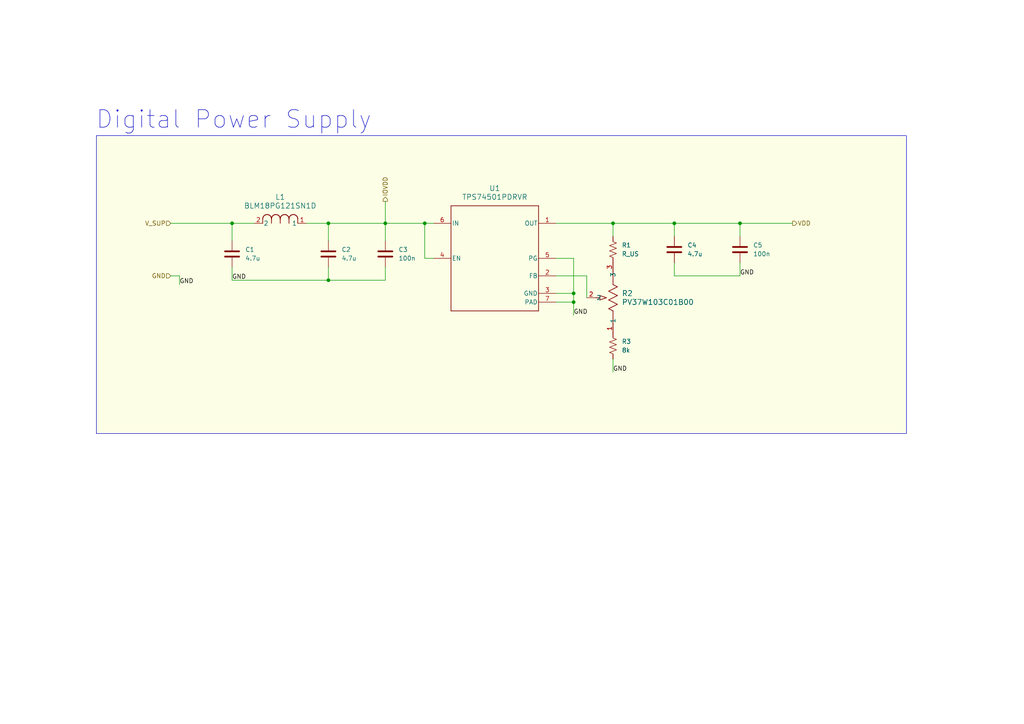
<source format=kicad_sch>
(kicad_sch (version 20231120) (generator "eeschema") (generator_version "8.0")
  (paper "A4")
  (lib_symbols
    (symbol "Device:C" (pin_numbers hide) (pin_names (offset 0.254))
      (property "Reference" "C" (at 0.635 2.54 0))
      (property "Value" "C" (at 0.635 -2.54 0))
      (symbol "C_0_1"
        (polyline (pts (xy -2.032 -0.762) (xy 2.032 -0.762)) (stroke (width 0.508)))
        (polyline (pts (xy -2.032 0.762) (xy 2.032 0.762)) (stroke (width 0.508)))
      )
      (symbol "C_1_1"
        (pin passive line (at 0 3.81 270) (length 2.794) (name "~") (number "1"))
        (pin passive line (at 0 -3.81 90) (length 2.794) (name "~") (number "2"))
      )
    )
    (symbol "Device:R_US" (pin_numbers hide) (pin_names (offset 0))
      (property "Reference" "R" (at 2.54 0 90))
      (property "Value" "R_US" (at -2.54 0 90))
      (symbol "R_US_0_1"
        (polyline (pts (xy 0 -2.286) (xy 0 -2.54)))
        (polyline (pts (xy 0 2.286) (xy 0 2.54)))
        (polyline (pts (xy 0 -0.762) (xy 1.016 -1.143) (xy 0 -1.524) (xy -1.016 -1.905) (xy 0 -2.286)))
        (polyline (pts (xy 0 0.762) (xy 1.016 0.381) (xy 0 0) (xy -1.016 -0.381) (xy 0 -0.762)))
        (polyline (pts (xy 0 2.286) (xy 1.016 1.905) (xy 0 1.524) (xy -1.016 1.143) (xy 0 0.762)))
      )
      (symbol "R_US_1_1"
        (pin passive line (at 0 3.81 270) (length 1.27) (name "~") (number "1"))
        (pin passive line (at 0 -3.81 90) (length 1.27) (name "~") (number "2"))
      )
    )
    (symbol "ferritebead:BLM18PG121SN1D" (pin_names (offset 0.254))
      (property "Reference" "L" (at 6.985 5.08 0))
      (property "Value" "BLM18PG121SN1D" (at 6.985 -2.54 0))
      (symbol "BLM18PG121SN1D_1_1"
        (polyline (pts (xy 2.54 0) (xy 2.54 1.27)) (stroke (width 0.2032)))
        (polyline (pts (xy 5.08 0) (xy 5.08 1.27)) (stroke (width 0.2032)))
        (polyline (pts (xy 7.62 0) (xy 7.62 1.27)) (stroke (width 0.2032)))
        (polyline (pts (xy 10.16 0) (xy 10.16 1.27)) (stroke (width 0.2032)))
        (polyline (pts (xy 12.7 0) (xy 12.7 1.27)) (stroke (width 0.2032)))
        (arc (start 5.08 1.27) (mid 3.81 2.5344) (end 2.54 1.27) (stroke (width 0.254)))
        (arc (start 7.62 1.27) (mid 6.35 2.5344) (end 5.08 1.27) (stroke (width 0.254)))
        (arc (start 10.16 1.27) (mid 8.89 2.5344) (end 7.62 1.27) (stroke (width 0.254)))
        (arc (start 12.7 1.27) (mid 11.43 2.5344) (end 10.16 1.27) (stroke (width 0.254)))
        (pin unspecified line (at 15.24 0 180) (length 2.54) (name "1") (number "1"))
        (pin unspecified line (at 0 0 0) (length 2.54) (name "2") (number "2"))
      )
      (symbol "BLM18PG121SN1D_1_2"
        (arc (start -1.27 5.08) (mid -2.5344 3.81) (end -1.27 2.54) (stroke (width 0.254)))
        (arc (start -1.27 7.62) (mid -2.5344 6.35) (end -1.27 5.08) (stroke (width 0.254)))
        (arc (start -1.27 10.16) (mid -2.5344 8.89) (end -1.27 7.62) (stroke (width 0.254)))
        (arc (start -1.27 12.7) (mid -2.5344 11.43) (end -1.27 10.16) (stroke (width 0.254)))
        (polyline (pts (xy 0 2.54) (xy -1.27 2.54)) (stroke (width 0.2032)))
        (polyline (pts (xy 0 5.08) (xy -1.27 5.08)) (stroke (width 0.2032)))
        (polyline (pts (xy 0 7.62) (xy -1.27 7.62)) (stroke (width 0.2032)))
        (polyline (pts (xy 0 10.16) (xy -1.27 10.16)) (stroke (width 0.2032)))
        (polyline (pts (xy 0 12.7) (xy -1.27 12.7)) (stroke (width 0.2032)))
        (pin unspecified line (at 0 15.24 270) (length 2.54) (name "1") (number "1"))
        (pin unspecified line (at 0 0 90) (length 2.54) (name "2") (number "2"))
      )
    )
    (symbol "pot10turn:PV37W103C01B00" (pin_names (offset 0.254))
      (property "Reference" "R" (at 10.795 -3.175 0))
      (property "Value" "PV37W103C01B00" (at 10.795 -6.35 0))
      (symbol "PV37W103C01B00_1_1"
        (polyline (pts (xy 2.54 0) (xy 6.35 0)) (stroke (width 0.2032)))
        (polyline (pts (xy 6.35 0) (xy 6.985 1.27)) (stroke (width 0.2032)))
        (polyline (pts (xy 6.985 1.27) (xy 8.255 -1.27)) (stroke (width 0.2032)))
        (polyline (pts (xy 8.255 -1.27) (xy 9.525 1.27)) (stroke (width 0.2032)))
        (polyline (pts (xy 9.525 1.27) (xy 10.795 -1.27)) (stroke (width 0.2032)))
        (polyline (pts (xy 9.525 3.81) (xy 10.16 1.905)) (stroke (width 0.2032)))
        (polyline (pts (xy 9.525 3.81) (xy 10.795 3.81)) (stroke (width 0.2032)))
        (polyline (pts (xy 10.16 3.81) (xy 10.16 5.08)) (stroke (width 0.2032)))
        (polyline (pts (xy 10.795 -1.27) (xy 12.065 1.27)) (stroke (width 0.2032)))
        (polyline (pts (xy 10.795 3.81) (xy 10.16 1.905)) (stroke (width 0.2032)))
        (polyline (pts (xy 12.065 1.27) (xy 13.335 -1.27)) (stroke (width 0.2032)))
        (polyline (pts (xy 13.335 -1.27) (xy 13.97 0)) (stroke (width 0.2032)))
        (polyline (pts (xy 13.97 0) (xy 17.78 0)) (stroke (width 0.2032)))
        (pin unspecified line (at 0 0 0) (length 2.54) (name "1") (number "1"))
        (pin unspecified line (at 10.16 7.62 270) (length 2.54) (name "2") (number "2"))
        (pin unspecified line (at 20.32 0 180) (length 2.54) (name "3") (number "3"))
      )
      (symbol "PV37W103C01B00_1_2"
        (polyline (pts (xy -3.81 -10.795) (xy -3.81 -9.525)) (stroke (width 0.2032)))
        (polyline (pts (xy -3.81 -10.795) (xy -1.905 -10.16)) (stroke (width 0.2032)))
        (polyline (pts (xy -3.81 -10.16) (xy -5.08 -10.16)) (stroke (width 0.2032)))
        (polyline (pts (xy -3.81 -9.525) (xy -1.905 -10.16)) (stroke (width 0.2032)))
        (polyline (pts (xy -1.27 -13.335) (xy 1.27 -12.065)) (stroke (width 0.2032)))
        (polyline (pts (xy -1.27 -10.795) (xy 1.27 -9.525)) (stroke (width 0.2032)))
        (polyline (pts (xy -1.27 -8.255) (xy 1.27 -6.985)) (stroke (width 0.2032)))
        (polyline (pts (xy 0 -17.78) (xy 0 -13.97)) (stroke (width 0.2032)))
        (polyline (pts (xy 0 -13.97) (xy -1.27 -13.335)) (stroke (width 0.2032)))
        (polyline (pts (xy 0 -6.35) (xy 0 -2.54)) (stroke (width 0.2032)))
        (polyline (pts (xy 1.27 -12.065) (xy -1.27 -10.795)) (stroke (width 0.2032)))
        (polyline (pts (xy 1.27 -9.525) (xy -1.27 -8.255)) (stroke (width 0.2032)))
        (polyline (pts (xy 1.27 -6.985) (xy 0 -6.35)) (stroke (width 0.2032)))
        (pin unspecified line (at 0 0 270) (length 2.54) (name "1") (number "1"))
        (pin unspecified line (at -7.62 -10.16 0) (length 2.54) (name "2") (number "2"))
        (pin unspecified line (at 0 -20.32 90) (length 2.54) (name "3") (number "3"))
      )
    )
    (symbol "tps745:TPS74501PDRVR" (pin_names (offset 0.254))
      (property "Reference" "U" (at 0 2.54 0))
      (property "Value" "TPS74501PDRVR" (at 0 0 0))
      (symbol "TPS74501PDRVR_0_1"
        (polyline (pts (xy -12.7 -15.24) (xy 12.7 -15.24)) (stroke (width 0.2032)))
        (polyline (pts (xy -12.7 15.24) (xy -12.7 -15.24)) (stroke (width 0.2032)))
        (polyline (pts (xy 12.7 -15.24) (xy 12.7 15.24)) (stroke (width 0.2032)))
        (polyline (pts (xy 12.7 15.24) (xy -12.7 15.24)) (stroke (width 0.2032)))
        (pin power_in line (at 17.78 10.16 180) (length 5.08) (name "OUT") (number "1"))
        (pin input line (at 17.78 -5.08 180) (length 5.08) (name "FB") (number "2"))
        (pin power_in line (at 17.78 -10.16 180) (length 5.08) (name "GND") (number "3"))
        (pin input line (at -17.78 0 0) (length 5.08) (name "EN") (number "4"))
        (pin open_collector line (at 17.78 0 180) (length 5.08) (name "PG") (number "5"))
        (pin power_in line (at -17.78 10.16 0) (length 5.08) (name "IN") (number "6"))
        (pin power_in line (at 17.78 -12.7 180) (length 5.08) (name "PAD") (number "7"))
      )
    )
  )
  (junction (at 214.63 64.77))
  (junction (at 195.58 64.77))
  (junction (at 166.37 87.63))
  (junction (at 95.25 64.77))
  (junction (at 111.76 64.77))
  (junction (at 123.19 64.77))
  (junction (at 166.37 85.09))
  (junction (at 95.25 81.28))
  (junction (at 177.8 64.77))
  (junction (at 67.31 64.77))
  (wire (pts (xy 161.29 74.93) (xy 166.37 74.93)))
  (wire (pts (xy 177.8 64.77) (xy 195.58 64.77)))
  (wire (pts (xy 195.58 64.77) (xy 195.58 68.58)))
  (wire (pts (xy 49.53 80.01) (xy 52.07 80.01)))
  (wire (pts (xy 161.29 64.77) (xy 177.8 64.77)))
  (wire (pts (xy 166.37 87.63) (xy 166.37 91.44)))
  (wire (pts (xy 195.58 64.77) (xy 214.63 64.77)))
  (wire (pts (xy 123.19 74.93) (xy 123.19 64.77)))
  (wire (pts (xy 161.29 87.63) (xy 166.37 87.63)))
  (wire (pts (xy 111.76 58.42) (xy 111.76 64.77)))
  (wire (pts (xy 111.76 64.77) (xy 123.19 64.77)))
  (wire (pts (xy 177.8 104.14) (xy 177.8 107.95)))
  (wire (pts (xy 214.63 76.2) (xy 214.63 80.01)))
  (wire (pts (xy 125.73 74.93) (xy 123.19 74.93)))
  (wire (pts (xy 166.37 85.09) (xy 161.29 85.09)))
  (wire (pts (xy 73.66 64.77) (xy 67.31 64.77)))
  (wire (pts (xy 49.53 64.77) (xy 67.31 64.77)))
  (wire (pts (xy 123.19 64.77) (xy 125.73 64.77)))
  (wire (pts (xy 214.63 64.77) (xy 214.63 68.58)))
  (wire (pts (xy 95.25 81.28) (xy 111.76 81.28)))
  (wire (pts (xy 170.18 86.36) (xy 170.18 80.01)))
  (wire (pts (xy 166.37 74.93) (xy 166.37 85.09)))
  (wire (pts (xy 52.07 80.01) (xy 52.07 82.55)))
  (wire (pts (xy 195.58 76.2) (xy 195.58 80.01)))
  (wire (pts (xy 67.31 64.77) (xy 67.31 69.85)))
  (wire (pts (xy 214.63 64.77) (xy 229.87 64.77)))
  (wire (pts (xy 111.76 77.47) (xy 111.76 81.28)))
  (wire (pts (xy 166.37 87.63) (xy 166.37 85.09)))
  (wire (pts (xy 67.31 81.28) (xy 95.25 81.28)))
  (wire (pts (xy 95.25 64.77) (xy 95.25 69.85)))
  (wire (pts (xy 67.31 77.47) (xy 67.31 81.28)))
  (wire (pts (xy 95.25 77.47) (xy 95.25 81.28)))
  (wire (pts (xy 170.18 80.01) (xy 161.29 80.01)))
  (wire (pts (xy 95.25 64.77) (xy 111.76 64.77)))
  (wire (pts (xy 195.58 80.01) (xy 214.63 80.01)))
  (wire (pts (xy 177.8 68.58) (xy 177.8 64.77)))
  (wire (pts (xy 111.76 69.85) (xy 111.76 64.77)))
  (wire (pts (xy 88.9 64.77) (xy 95.25 64.77)))
  (rectangle (start 27.94 39.37) (end 262.89 125.73) (fill (type color) (color 252 255 229 1)))
  (text "Digital Power Supply" (at 67.818 34.798 0) (effects (font (size 5.08 5.08))))
  (label "GND" (at 166.37 91.44 0))
  (label "GND" (at 67.31 81.28 0))
  (label "GND" (at 214.63 80.01 0))
  (label "GND" (at 177.8 107.95 0))
  (label "GND" (at 52.07 82.55 0))
  (hierarchical_label "IOVDD" (shape output) (at 111.76 58.42 90))
  (hierarchical_label "GND" (shape input) (at 49.53 80.01 180))
  (hierarchical_label "VDD" (shape output) (at 229.87 64.77 0))
  (hierarchical_label "V_SUP" (shape input) (at 49.53 64.77 180))
  (symbol (lib_id "Device:C") (at 111.76 73.66 0) (unit 1)
    (property "Reference" "C3" (at 115.57 72.3899 0) (effects (justify left)))
    (property "Value" "100n" (at 115.57 74.9299 0) (effects (justify left)))
    (property "Footprint" "Capacitor_SMD:C_0201_0603Metric" (effects (hide yes)))
    (property "Description" "Unpolarized capacitor" (effects (hide yes)))
  )
  (symbol (lib_id "pot10turn:PV37W103C01B00") (at 177.8 96.52 90) (unit 1)
    (property "Reference" "R2" (at 180.34 85.0899 90) (effects (font (size 1.524 1.524)) (justify right)))
    (property "Value" "PV37W103C01B00" (at 180.34 87.6299 90) (effects (font (size 1.524 1.524)) (justify right)))
    (property "Footprint" "POT_PV37W_MUR" (effects (hide yes)))
    (property "Datasheet" "PV37W103C01B00" (effects (hide yes)))
  )
  (symbol (lib_id "Device:C") (at 195.58 72.39 0) (unit 1)
    (property "Reference" "C4" (at 199.39 71.1199 0) (effects (justify left)))
    (property "Value" "4.7u" (at 199.39 73.6599 0) (effects (justify left)))
    (property "Footprint" "Capacitor_SMD:C_0201_0603Metric" (effects (hide yes)))
    (property "Description" "Unpolarized capacitor" (effects (hide yes)))
  )
  (symbol (lib_id "Device:R_US") (at 177.8 72.39 0) (unit 1)
    (property "Reference" "R1" (at 180.34 71.1199 0) (effects (justify left)))
    (property "Value" "R_US" (at 180.34 73.6599 0) (effects (justify left)))
    (property "Description" "Resistor, US symbol" (effects (hide yes)))
  )
  (symbol (lib_id "Device:C") (at 67.31 73.66 0) (unit 1)
    (property "Reference" "C1" (at 71.12 72.3899 0) (effects (justify left)))
    (property "Value" "4.7u" (at 71.12 74.9299 0) (effects (justify left)))
    (property "Footprint" "Capacitor_SMD:C_0201_0603Metric" (effects (hide yes)))
    (property "Description" "Unpolarized capacitor" (effects (hide yes)))
  )
  (symbol (lib_id "Device:R_US") (at 177.8 100.33 0) (unit 1)
    (property "Reference" "R3" (at 180.34 99.0599 0) (effects (justify left)))
    (property "Value" "8k" (at 180.34 101.5999 0) (effects (justify left)))
    (property "Description" "Resistor, US symbol" (effects (hide yes)))
  )
  (symbol (lib_id "Device:C") (at 95.25 73.66 0) (unit 1)
    (property "Reference" "C2" (at 99.06 72.3899 0) (effects (justify left)))
    (property "Value" "4.7u" (at 99.06 74.9299 0) (effects (justify left)))
    (property "Footprint" "Capacitor_SMD:C_0201_0603Metric" (effects (hide yes)))
    (property "Description" "Unpolarized capacitor" (effects (hide yes)))
  )
  (symbol (lib_id "ferritebead:BLM18PG121SN1D") (at 73.66 64.77 0) (unit 1)
    (property "Reference" "L1" (at 81.28 57.15 0) (effects (font (size 1.524 1.524))))
    (property "Value" "BLM18PG121SN1D" (at 81.28 59.69 0) (effects (font (size 1.524 1.524))))
    (property "Footprint" "IND_BLM18_0603_MUR" (effects (hide yes)))
    (property "Datasheet" "BLM18PG121SN1D" (effects (hide yes)))
  )
  (symbol (lib_id "Device:C") (at 214.63 72.39 0) (unit 1)
    (property "Reference" "C5" (at 218.44 71.1199 0) (effects (justify left)))
    (property "Value" "100n" (at 218.44 73.6599 0) (effects (justify left)))
    (property "Footprint" "Capacitor_SMD:C_0201_0603Metric" (effects (hide yes)))
    (property "Description" "Unpolarized capacitor" (effects (hide yes)))
  )
  (symbol (lib_id "tps745:TPS74501PDRVR") (at 143.51 74.93 0) (unit 1)
    (property "Reference" "U1" (at 143.51 54.61 0) (effects (font (size 1.524 1.524))))
    (property "Value" "TPS74501PDRVR" (at 143.51 57.15 0) (effects (font (size 1.524 1.524))))
    (property "Footprint" "DRV0006A" (effects (hide yes)))
    (property "Datasheet" "TPS74501PDRVR" (effects (hide yes)))
  )
)
</source>
